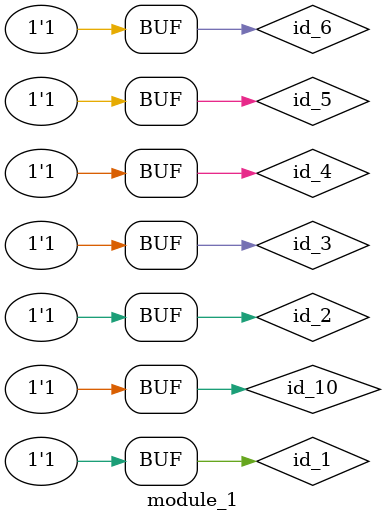
<source format=v>
module module_0 (
    id_1,
    id_2,
    id_3,
    id_4,
    id_5
);
  inout wire id_5;
  input wire id_4;
  input wire id_3;
  input wire id_2;
  output wire id_1;
  wire id_6 = 1;
  assign id_6 = 1;
endmodule
module module_1;
  supply1 id_1, id_2, id_3, id_4, id_5, id_6;
  assign id_6 = id_6;
  assign id_6 = id_6;
  module_0 modCall_1 (
      id_3,
      id_1,
      id_3,
      id_2,
      id_1
  );
  wire id_7;
  wire id_8;
  assign id_6 = 1;
  wor id_9, id_10, id_11;
  assign id_10 = 1;
endmodule

</source>
